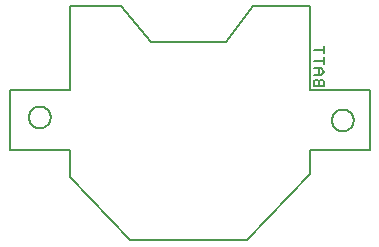
<source format=gbo>
G75*
G70*
%OFA0B0*%
%FSLAX24Y24*%
%IPPOS*%
%LPD*%
%AMOC8*
5,1,8,0,0,1.08239X$1,22.5*
%
%ADD10C,0.0050*%
%ADD11C,0.0060*%
D10*
X025080Y008389D02*
X025080Y009289D01*
X023080Y009289D01*
X023080Y011289D01*
X025080Y011289D01*
X025080Y014089D01*
X026780Y014089D01*
X027780Y012889D01*
X030280Y012889D01*
X031180Y014089D01*
X033080Y014089D01*
X033080Y011289D01*
X035080Y011289D01*
X035080Y009289D01*
X033080Y009289D01*
X033080Y008489D01*
X030980Y006289D01*
X027080Y006289D01*
X025080Y008389D01*
X023719Y010389D02*
X023721Y010427D01*
X023727Y010464D01*
X023737Y010501D01*
X023750Y010536D01*
X023767Y010569D01*
X023788Y010601D01*
X023812Y010631D01*
X023838Y010657D01*
X023868Y010681D01*
X023899Y010702D01*
X023933Y010719D01*
X023968Y010732D01*
X024005Y010742D01*
X024042Y010748D01*
X024080Y010750D01*
X024118Y010748D01*
X024155Y010742D01*
X024192Y010732D01*
X024227Y010719D01*
X024260Y010702D01*
X024292Y010681D01*
X024322Y010657D01*
X024348Y010631D01*
X024372Y010601D01*
X024393Y010570D01*
X024410Y010536D01*
X024423Y010501D01*
X024433Y010464D01*
X024439Y010427D01*
X024441Y010389D01*
X024439Y010351D01*
X024433Y010314D01*
X024423Y010277D01*
X024410Y010242D01*
X024393Y010209D01*
X024372Y010177D01*
X024348Y010147D01*
X024322Y010121D01*
X024292Y010097D01*
X024261Y010076D01*
X024227Y010059D01*
X024192Y010046D01*
X024155Y010036D01*
X024118Y010030D01*
X024080Y010028D01*
X024042Y010030D01*
X024005Y010036D01*
X023968Y010046D01*
X023933Y010059D01*
X023900Y010076D01*
X023868Y010097D01*
X023838Y010121D01*
X023812Y010147D01*
X023788Y010177D01*
X023767Y010208D01*
X023750Y010242D01*
X023737Y010277D01*
X023727Y010314D01*
X023721Y010351D01*
X023719Y010389D01*
X033819Y010289D02*
X033821Y010327D01*
X033827Y010364D01*
X033837Y010401D01*
X033850Y010436D01*
X033867Y010469D01*
X033888Y010501D01*
X033912Y010531D01*
X033938Y010557D01*
X033968Y010581D01*
X033999Y010602D01*
X034033Y010619D01*
X034068Y010632D01*
X034105Y010642D01*
X034142Y010648D01*
X034180Y010650D01*
X034218Y010648D01*
X034255Y010642D01*
X034292Y010632D01*
X034327Y010619D01*
X034360Y010602D01*
X034392Y010581D01*
X034422Y010557D01*
X034448Y010531D01*
X034472Y010501D01*
X034493Y010470D01*
X034510Y010436D01*
X034523Y010401D01*
X034533Y010364D01*
X034539Y010327D01*
X034541Y010289D01*
X034539Y010251D01*
X034533Y010214D01*
X034523Y010177D01*
X034510Y010142D01*
X034493Y010109D01*
X034472Y010077D01*
X034448Y010047D01*
X034422Y010021D01*
X034392Y009997D01*
X034361Y009976D01*
X034327Y009959D01*
X034292Y009946D01*
X034255Y009936D01*
X034218Y009930D01*
X034180Y009928D01*
X034142Y009930D01*
X034105Y009936D01*
X034068Y009946D01*
X034033Y009959D01*
X034000Y009976D01*
X033968Y009997D01*
X033938Y010021D01*
X033912Y010047D01*
X033888Y010077D01*
X033867Y010108D01*
X033850Y010142D01*
X033837Y010177D01*
X033827Y010214D01*
X033821Y010251D01*
X033819Y010289D01*
D11*
X033554Y011423D02*
X033213Y011423D01*
X033213Y011593D01*
X033270Y011650D01*
X033327Y011650D01*
X033383Y011593D01*
X033383Y011423D01*
X033383Y011593D02*
X033440Y011650D01*
X033497Y011650D01*
X033554Y011593D01*
X033554Y011423D01*
X033440Y011791D02*
X033554Y011905D01*
X033440Y012018D01*
X033213Y012018D01*
X033383Y012018D02*
X033383Y011791D01*
X033440Y011791D02*
X033213Y011791D01*
X033554Y012160D02*
X033554Y012387D01*
X033554Y012273D02*
X033213Y012273D01*
X033554Y012528D02*
X033554Y012755D01*
X033554Y012642D02*
X033213Y012642D01*
M02*

</source>
